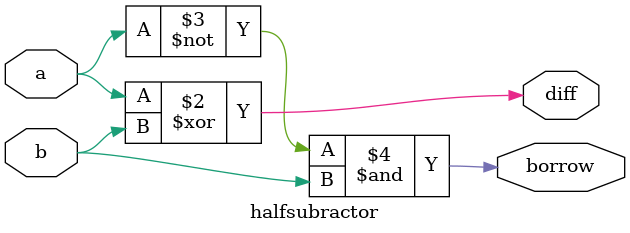
<source format=v>
module halfsubractor(a,b,diff,borrow);
input a,b;
output reg diff,borrow;
always @(a,b) begin
diff=a^b;
borrow=((~a)&b);
end
endmodule
</source>
